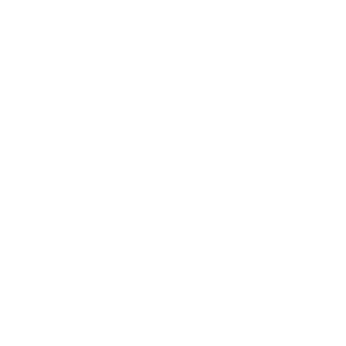
<source format=gbr>
%FSLAX34Y34*%
%MOIN*%
%AMTEST*
21,1,1,0.5,0,0,0*
1,0,0.4,0,0*
21,1,0.1,0.75,0,0,0*
21,1,0.75,0.1,0,0.35,0*
1,0,0.1,0,0.35*
1,0,0.1,-0.35,0*
1,0,0.1,0.35,0*%
%ADD10TEST*%
%ADD11R,1.1X1.1*%
%LPD*%
D11*
X0Y0D03*
%LPC*%
D10*
X0Y0D03*
M02*

</source>
